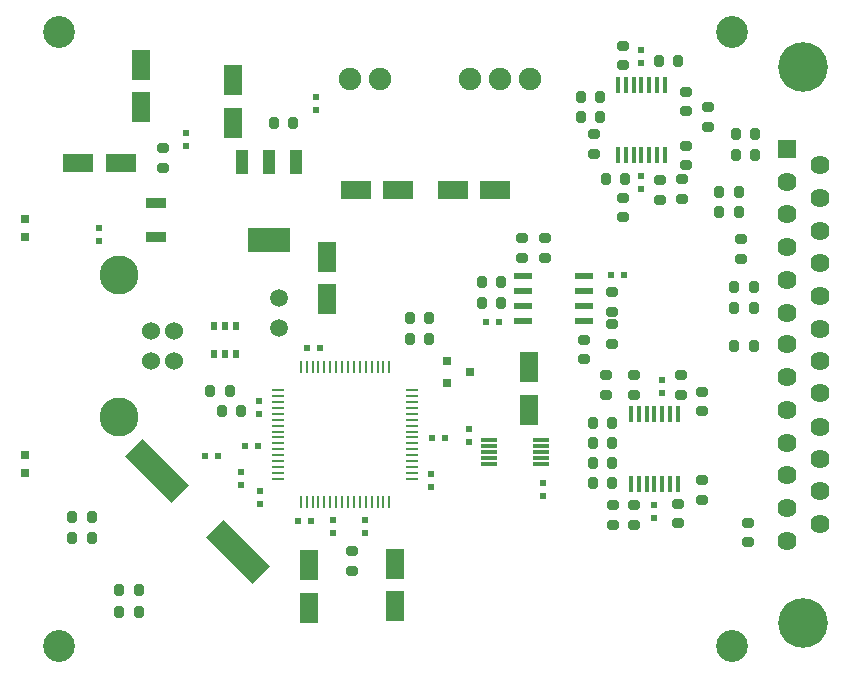
<source format=gbr>
%TF.GenerationSoftware,KiCad,Pcbnew,8.0.2*%
%TF.CreationDate,2025-12-13T20:04:36+01:00*%
%TF.ProjectId,Helios,48656c69-6f73-42e6-9b69-6361645f7063,rev?*%
%TF.SameCoordinates,Original*%
%TF.FileFunction,Soldermask,Top*%
%TF.FilePolarity,Negative*%
%FSLAX46Y46*%
G04 Gerber Fmt 4.6, Leading zero omitted, Abs format (unit mm)*
G04 Created by KiCad (PCBNEW 8.0.2) date 2025-12-13 20:04:36*
%MOMM*%
%LPD*%
G01*
G04 APERTURE LIST*
G04 Aperture macros list*
%AMRoundRect*
0 Rectangle with rounded corners*
0 $1 Rounding radius*
0 $2 $3 $4 $5 $6 $7 $8 $9 X,Y pos of 4 corners*
0 Add a 4 corners polygon primitive as box body*
4,1,4,$2,$3,$4,$5,$6,$7,$8,$9,$2,$3,0*
0 Add four circle primitives for the rounded corners*
1,1,$1+$1,$2,$3*
1,1,$1+$1,$4,$5*
1,1,$1+$1,$6,$7*
1,1,$1+$1,$8,$9*
0 Add four rect primitives between the rounded corners*
20,1,$1+$1,$2,$3,$4,$5,0*
20,1,$1+$1,$4,$5,$6,$7,0*
20,1,$1+$1,$6,$7,$8,$9,0*
20,1,$1+$1,$8,$9,$2,$3,0*%
%AMRotRect*
0 Rectangle, with rotation*
0 The origin of the aperture is its center*
0 $1 length*
0 $2 width*
0 $3 Rotation angle, in degrees counterclockwise*
0 Add horizontal line*
21,1,$1,$2,0,0,$3*%
G04 Aperture macros list end*
%ADD10R,0.500000X0.600000*%
%ADD11R,0.600000X0.500000*%
%ADD12R,0.797560X0.797560*%
%ADD13R,1.700000X0.900000*%
%ADD14RoundRect,0.200000X0.275000X-0.200000X0.275000X0.200000X-0.275000X0.200000X-0.275000X-0.200000X0*%
%ADD15RoundRect,0.200000X-0.200000X-0.275000X0.200000X-0.275000X0.200000X0.275000X-0.200000X0.275000X0*%
%ADD16RoundRect,0.200000X-0.275000X0.200000X-0.275000X-0.200000X0.275000X-0.200000X0.275000X0.200000X0*%
%ADD17C,1.524000*%
%ADD18C,3.300000*%
%ADD19R,1.524000X1.524000*%
%ADD20C,1.620000*%
%ADD21C,4.200000*%
%ADD22C,1.506220*%
%ADD23RoundRect,0.200000X0.200000X0.275000X-0.200000X0.275000X-0.200000X-0.275000X0.200000X-0.275000X0*%
%ADD24R,0.550000X0.800000*%
%ADD25R,1.016000X2.032000*%
%ADD26R,3.657600X2.032000*%
%ADD27R,0.800100X0.800100*%
%ADD28R,1.400000X0.300000*%
%ADD29R,0.450000X1.450000*%
%ADD30R,1.550000X0.600000*%
%ADD31R,0.250000X1.000000*%
%ADD32R,1.000000X0.250000*%
%ADD33RotRect,5.600700X2.100580X135.000000*%
%ADD34R,2.600960X1.600200*%
%ADD35R,1.600200X2.600960*%
%ADD36C,2.700000*%
%ADD37C,1.900000*%
G04 APERTURE END LIST*
D10*
%TO.C,C2*%
X107400000Y-122150000D03*
X107400000Y-121050000D03*
%TD*%
%TO.C,C3*%
X114700000Y-114050000D03*
X114700000Y-112950000D03*
%TD*%
%TO.C,C7*%
X125700000Y-111050000D03*
X125700000Y-109950000D03*
%TD*%
%TO.C,C10*%
X145000000Y-142650000D03*
X145000000Y-143750000D03*
%TD*%
%TO.C,C12*%
X138700000Y-138050000D03*
X138700000Y-139150000D03*
%TD*%
%TO.C,C13*%
X154400000Y-145600000D03*
X154400000Y-144500000D03*
%TD*%
%TO.C,C14*%
X155050000Y-133900000D03*
X155050000Y-135000000D03*
%TD*%
%TO.C,C15*%
X153300000Y-117750000D03*
X153300000Y-116650000D03*
%TD*%
D11*
%TO.C,C16*%
X140150000Y-129000000D03*
X141250000Y-129000000D03*
%TD*%
%TO.C,C17*%
X151800000Y-125000000D03*
X150700000Y-125000000D03*
%TD*%
D10*
%TO.C,C18*%
X153300000Y-105950000D03*
X153300000Y-107050000D03*
%TD*%
D11*
%TO.C,C19*%
X135550000Y-138800000D03*
X136650000Y-138800000D03*
%TD*%
D10*
%TO.C,C20*%
X120900000Y-136750000D03*
X120900000Y-135650000D03*
%TD*%
D11*
%TO.C,C21*%
X126050000Y-131200000D03*
X124950000Y-131200000D03*
%TD*%
D10*
%TO.C,C22*%
X129900000Y-145750000D03*
X129900000Y-146850000D03*
%TD*%
D11*
%TO.C,C25*%
X120850000Y-139500000D03*
X119750000Y-139500000D03*
%TD*%
D10*
%TO.C,C26*%
X127200000Y-145750000D03*
X127200000Y-146850000D03*
%TD*%
%TO.C,C27*%
X135500000Y-141850000D03*
X135500000Y-142950000D03*
%TD*%
%TO.C,C28*%
X121000000Y-143250000D03*
X121000000Y-144350000D03*
%TD*%
%TO.C,C29*%
X119400000Y-142750000D03*
X119400000Y-141650000D03*
%TD*%
D11*
%TO.C,C31*%
X117450000Y-140300000D03*
X116350000Y-140300000D03*
%TD*%
%TO.C,C32*%
X124250000Y-145800000D03*
X125350000Y-145800000D03*
%TD*%
D12*
%TO.C,D1*%
X101100000Y-120250700D03*
X101100000Y-121749300D03*
%TD*%
%TO.C,D2*%
X101100000Y-141749300D03*
X101100000Y-140250700D03*
%TD*%
D13*
%TO.C,F1*%
X112200000Y-121800000D03*
X112200000Y-118900000D03*
%TD*%
D14*
%TO.C,L1*%
X112800000Y-115925000D03*
X112800000Y-114275000D03*
%TD*%
D15*
%TO.C,L2*%
X122175000Y-112100000D03*
X123825000Y-112100000D03*
%TD*%
D16*
%TO.C,L3*%
X128750000Y-148375000D03*
X128750000Y-150025000D03*
%TD*%
D17*
%TO.C,P1*%
X113750000Y-132250000D03*
X113750000Y-129710000D03*
X111751020Y-129710000D03*
X111751020Y-132250000D03*
D18*
X109051000Y-136979480D03*
X109051000Y-124980520D03*
%TD*%
D19*
%TO.C,P2*%
X165580000Y-114340000D03*
D20*
X165580000Y-117134000D03*
X165580000Y-119801000D03*
X165580000Y-122595000D03*
X165580000Y-125389000D03*
X165580000Y-128183000D03*
X165580000Y-130850000D03*
X165580000Y-133644000D03*
X165580000Y-136438000D03*
X165580000Y-139232000D03*
X165580000Y-141899000D03*
X165580000Y-144693000D03*
X165580000Y-147487000D03*
X168420000Y-115700000D03*
X168420000Y-118454800D03*
X168420000Y-121248800D03*
X168420000Y-123992000D03*
X168420000Y-126735200D03*
X168420000Y-129529200D03*
X168420000Y-132272400D03*
X168420000Y-135015600D03*
X168420000Y-137860400D03*
X168420000Y-140552800D03*
X168420000Y-143296000D03*
X168420000Y-146090000D03*
D21*
X167000000Y-154500000D03*
X167000000Y-107400000D03*
%TD*%
D22*
%TO.C,ERASE1*%
X122650000Y-129470000D03*
X122650000Y-126930000D03*
%TD*%
D15*
%TO.C,R1*%
X117775000Y-136500000D03*
X119425000Y-136500000D03*
%TD*%
D23*
%TO.C,R2*%
X118425000Y-134800000D03*
X116775000Y-134800000D03*
%TD*%
%TO.C,R3*%
X162925000Y-113100000D03*
X161275000Y-113100000D03*
%TD*%
%TO.C,R4*%
X162925000Y-114800000D03*
X161275000Y-114800000D03*
%TD*%
%TO.C,R5*%
X161525000Y-118000000D03*
X159875000Y-118000000D03*
%TD*%
%TO.C,R6*%
X161525000Y-119700000D03*
X159875000Y-119700000D03*
%TD*%
D16*
%TO.C,R7*%
X161700000Y-121975000D03*
X161700000Y-123625000D03*
%TD*%
D23*
%TO.C,R8*%
X162825000Y-126000000D03*
X161175000Y-126000000D03*
%TD*%
%TO.C,R9*%
X162825000Y-127800000D03*
X161175000Y-127800000D03*
%TD*%
%TO.C,R10*%
X162825000Y-131000000D03*
X161175000Y-131000000D03*
%TD*%
D14*
%TO.C,R11*%
X162300000Y-147625000D03*
X162300000Y-145975000D03*
%TD*%
D15*
%TO.C,R12*%
X133675000Y-130400000D03*
X135325000Y-130400000D03*
%TD*%
%TO.C,R13*%
X133675000Y-128600000D03*
X135325000Y-128600000D03*
%TD*%
%TO.C,R14*%
X139775000Y-127400000D03*
X141425000Y-127400000D03*
%TD*%
D23*
%TO.C,R15*%
X141425000Y-125600000D03*
X139775000Y-125600000D03*
%TD*%
%TO.C,R16*%
X150825000Y-137500000D03*
X149175000Y-137500000D03*
%TD*%
%TO.C,R17*%
X150825000Y-140900000D03*
X149175000Y-140900000D03*
%TD*%
D14*
%TO.C,R18*%
X152700000Y-135125000D03*
X152700000Y-133475000D03*
%TD*%
D16*
%TO.C,R19*%
X156400000Y-144375000D03*
X156400000Y-146025000D03*
%TD*%
D14*
%TO.C,R20*%
X150300000Y-135125000D03*
X150300000Y-133475000D03*
%TD*%
D16*
%TO.C,R21*%
X158400000Y-142375000D03*
X158400000Y-144025000D03*
%TD*%
D14*
%TO.C,R22*%
X143200000Y-123525000D03*
X143200000Y-121875000D03*
%TD*%
D16*
%TO.C,R23*%
X145100000Y-121875000D03*
X145100000Y-123525000D03*
%TD*%
D23*
%TO.C,R24*%
X150825000Y-139200000D03*
X149175000Y-139200000D03*
%TD*%
%TO.C,R25*%
X150825000Y-142600000D03*
X149175000Y-142600000D03*
%TD*%
D16*
%TO.C,R26*%
X152700000Y-144475000D03*
X152700000Y-146125000D03*
%TD*%
D14*
%TO.C,R27*%
X156650000Y-135125000D03*
X156650000Y-133475000D03*
%TD*%
D16*
%TO.C,R28*%
X150900000Y-144475000D03*
X150900000Y-146125000D03*
%TD*%
D14*
%TO.C,R29*%
X158450000Y-136525000D03*
X158450000Y-134875000D03*
%TD*%
D16*
%TO.C,R30*%
X148400000Y-130475000D03*
X148400000Y-132125000D03*
%TD*%
D14*
%TO.C,R31*%
X150800000Y-130825000D03*
X150800000Y-129175000D03*
%TD*%
D16*
%TO.C,R32*%
X150800000Y-126475000D03*
X150800000Y-128125000D03*
%TD*%
D14*
%TO.C,R33*%
X149300000Y-114725000D03*
X149300000Y-113075000D03*
%TD*%
D23*
%TO.C,R34*%
X149825000Y-109900000D03*
X148175000Y-109900000D03*
%TD*%
%TO.C,R35*%
X149825000Y-111600000D03*
X148175000Y-111600000D03*
%TD*%
D16*
%TO.C,R36*%
X151700000Y-118475000D03*
X151700000Y-120125000D03*
%TD*%
D23*
%TO.C,R37*%
X156425000Y-106900000D03*
X154775000Y-106900000D03*
%TD*%
D15*
%TO.C,R38*%
X150275000Y-116900000D03*
X151925000Y-116900000D03*
%TD*%
D14*
%TO.C,R39*%
X157100000Y-111125000D03*
X157100000Y-109475000D03*
%TD*%
D16*
%TO.C,R40*%
X156700000Y-116875000D03*
X156700000Y-118525000D03*
%TD*%
D14*
%TO.C,R41*%
X151700000Y-107225000D03*
X151700000Y-105575000D03*
%TD*%
D16*
%TO.C,R42*%
X154900000Y-116975000D03*
X154900000Y-118625000D03*
%TD*%
D14*
%TO.C,R43*%
X158900000Y-112425000D03*
X158900000Y-110775000D03*
%TD*%
D16*
%TO.C,R44*%
X157100000Y-114075000D03*
X157100000Y-115725000D03*
%TD*%
D23*
%TO.C,R45*%
X110725000Y-153550000D03*
X109075000Y-153550000D03*
%TD*%
%TO.C,R46*%
X110725000Y-151700000D03*
X109075000Y-151700000D03*
%TD*%
%TO.C,R47*%
X106775000Y-147300000D03*
X105125000Y-147300000D03*
%TD*%
%TO.C,R48*%
X106775000Y-145500000D03*
X105125000Y-145500000D03*
%TD*%
D24*
%TO.C,U1*%
X117100000Y-131700000D03*
X118050000Y-131700000D03*
X119000000Y-131700000D03*
X119000000Y-129300000D03*
X118050000Y-129300000D03*
X117100000Y-129300000D03*
%TD*%
D25*
%TO.C,U2*%
X124086000Y-115398000D03*
D26*
X121800000Y-122002000D03*
D25*
X121800000Y-115398000D03*
X119514000Y-115398000D03*
%TD*%
D27*
%TO.C,U3*%
X136799240Y-132250000D03*
X136799240Y-134150000D03*
X138798220Y-133200000D03*
%TD*%
D28*
%TO.C,U5*%
X144800000Y-141000000D03*
X144800000Y-140500000D03*
X144800000Y-140000000D03*
X144800000Y-139500000D03*
X144800000Y-139000000D03*
X140400000Y-139000000D03*
X140400000Y-139500000D03*
X140400000Y-140000000D03*
X140400000Y-140500000D03*
X140400000Y-141000000D03*
%TD*%
D29*
%TO.C,U6*%
X152450000Y-142700000D03*
X153100000Y-142700000D03*
X153750000Y-142700000D03*
X154400000Y-142700000D03*
X155050000Y-142700000D03*
X155700000Y-142700000D03*
X156350000Y-142700000D03*
X156350000Y-136800000D03*
X155700000Y-136800000D03*
X155050000Y-136800000D03*
X154400000Y-136800000D03*
X153750000Y-136800000D03*
X153100000Y-136800000D03*
X152450000Y-136800000D03*
%TD*%
D30*
%TO.C,U7*%
X143250000Y-125045000D03*
X143250000Y-126315000D03*
X143250000Y-127585000D03*
X143250000Y-128855000D03*
X148400000Y-128855000D03*
X148400000Y-127585000D03*
X148400000Y-126315000D03*
X148400000Y-125045000D03*
%TD*%
D29*
%TO.C,U8*%
X151350000Y-114850000D03*
X152000000Y-114850000D03*
X152650000Y-114850000D03*
X153300000Y-114850000D03*
X153950000Y-114850000D03*
X154600000Y-114850000D03*
X155250000Y-114850000D03*
X155250000Y-108950000D03*
X154600000Y-108950000D03*
X153950000Y-108950000D03*
X153300000Y-108950000D03*
X152650000Y-108950000D03*
X152000000Y-108950000D03*
X151350000Y-108950000D03*
%TD*%
D31*
%TO.C,U9*%
X124450000Y-144200000D03*
X124950000Y-144200000D03*
X125450000Y-144200000D03*
X125950000Y-144200000D03*
X126450000Y-144200000D03*
X126950000Y-144200000D03*
X127450000Y-144200000D03*
X127950000Y-144200000D03*
X128450000Y-144200000D03*
X128950000Y-144200000D03*
X129450000Y-144200000D03*
X129950000Y-144200000D03*
X130450000Y-144200000D03*
X130950000Y-144200000D03*
X131450000Y-144200000D03*
X131950000Y-144200000D03*
D32*
X133900000Y-142250000D03*
X133900000Y-141750000D03*
X133900000Y-141250000D03*
X133900000Y-140750000D03*
X133900000Y-140250000D03*
X133900000Y-139750000D03*
X133900000Y-139250000D03*
X133900000Y-138750000D03*
X133900000Y-138250000D03*
X133900000Y-137750000D03*
X133900000Y-137250000D03*
X133900000Y-136750000D03*
X133900000Y-136250000D03*
X133900000Y-135750000D03*
X133900000Y-135250000D03*
X133900000Y-134750000D03*
D31*
X131950000Y-132800000D03*
X131450000Y-132800000D03*
X130950000Y-132800000D03*
X130450000Y-132800000D03*
X129950000Y-132800000D03*
X129450000Y-132800000D03*
X128950000Y-132800000D03*
X128450000Y-132800000D03*
X127950000Y-132800000D03*
X127450000Y-132800000D03*
X126950000Y-132800000D03*
X126450000Y-132800000D03*
X125950000Y-132800000D03*
X125450000Y-132800000D03*
X124950000Y-132800000D03*
X124450000Y-132800000D03*
D32*
X122500000Y-134750000D03*
X122500000Y-135250000D03*
X122500000Y-135750000D03*
X122500000Y-136250000D03*
X122500000Y-136750000D03*
X122500000Y-137250000D03*
X122500000Y-137750000D03*
X122500000Y-138250000D03*
X122500000Y-138750000D03*
X122500000Y-139250000D03*
X122500000Y-139750000D03*
X122500000Y-140250000D03*
X122500000Y-140750000D03*
X122500000Y-141250000D03*
X122500000Y-141750000D03*
X122500000Y-142250000D03*
%TD*%
D33*
%TO.C,Y1*%
X119128662Y-148428662D03*
X112271338Y-141571338D03*
%TD*%
D34*
%TO.C,C1*%
X109200860Y-115500000D03*
X105599140Y-115500000D03*
%TD*%
D35*
%TO.C,C4*%
X110900000Y-110800860D03*
X110900000Y-107199140D03*
%TD*%
%TO.C,C6*%
X118700000Y-112100860D03*
X118700000Y-108499140D03*
%TD*%
D34*
%TO.C,C8*%
X137299140Y-117800000D03*
X140900860Y-117800000D03*
%TD*%
%TO.C,C9*%
X129099140Y-117800000D03*
X132700860Y-117800000D03*
%TD*%
D35*
%TO.C,C11*%
X143750000Y-136400860D03*
X143750000Y-132799140D03*
%TD*%
%TO.C,C23*%
X126700000Y-127050860D03*
X126700000Y-123449140D03*
%TD*%
%TO.C,C24*%
X132450000Y-149449140D03*
X132450000Y-153050860D03*
%TD*%
%TO.C,C30*%
X125150000Y-149549140D03*
X125150000Y-153150860D03*
%TD*%
D36*
%TO.C,H2*%
X104000000Y-156400000D03*
%TD*%
%TO.C,H1*%
X161000000Y-104400000D03*
%TD*%
D37*
%TO.C,U4*%
X128650000Y-108400000D03*
X131190000Y-108400000D03*
X138810000Y-108400000D03*
X141350000Y-108400000D03*
X143890000Y-108400000D03*
%TD*%
D36*
%TO.C,H3*%
X104000000Y-104400000D03*
%TD*%
%TO.C,H4*%
X161000000Y-156400000D03*
%TD*%
M02*

</source>
